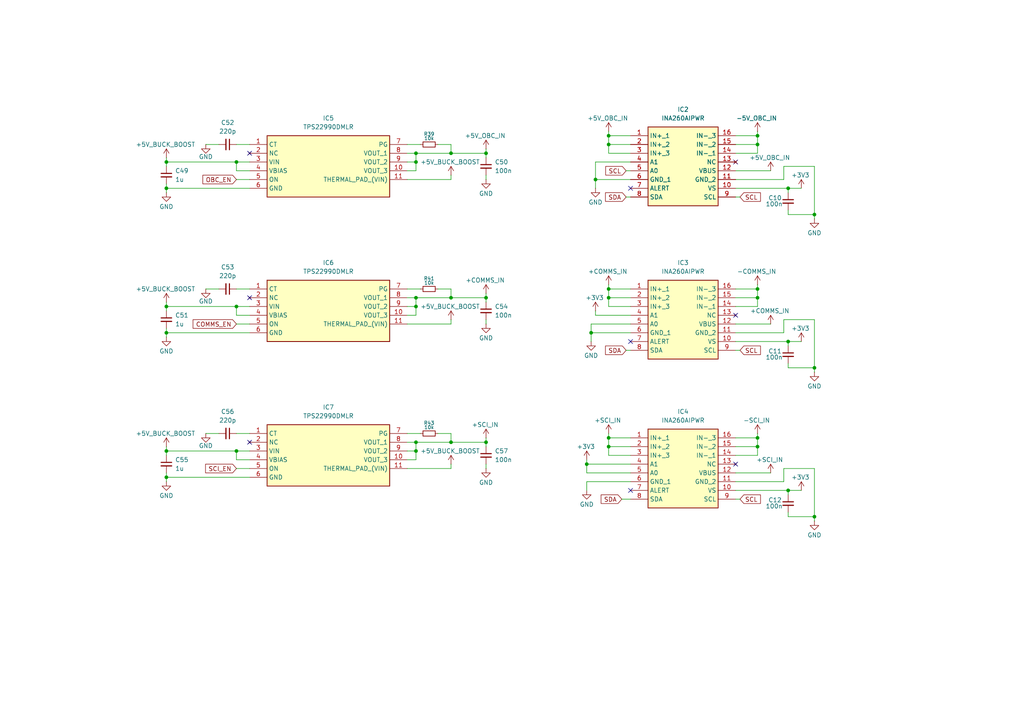
<source format=kicad_sch>
(kicad_sch (version 20250114) (generator "eeschema") (generator_version "9.0")
  (paper "A4")
  (title_block (title "HEDGE2 EPS") (date "2025-10-30") (rev "V0.8") (company "University of Virginia") (comment 1 "Department of Mechanical and Aerospace Engineering") (comment 2 "Edison Wong"))
  (lib_symbols
    (symbol "Device:C_Small" (pin_numbers (hide yes)) (pin_names (offset 0.254) (hide yes))
      (property "Reference" "C" (at 0.254 1.778 0))
      (property "Value" "C_Small" (at 0.254 -2.032 0))
      (symbol "C_Small_0_1"
        (polyline (pts (xy -1.524 0.508) (xy 1.524 0.508)) (stroke (width 0.3048)))
        (polyline (pts (xy -1.524 -0.508) (xy 1.524 -0.508)) (stroke (width 0.3302)))
      )
      (symbol "C_Small_1_1"
        (pin passive line (at 0 2.54 270) (length 2.032) (name "~") (number "1"))
        (pin passive line (at 0 -2.54 90) (length 2.032) (name "~") (number "2"))
      )
    )
    (symbol "Device:R_Small" (pin_numbers (hide yes)) (pin_names (offset 0.254) (hide yes))
      (property "Reference" "R" (at 0 0 90))
      (property "Value" "R_Small" (at 1.778 0 90))
      (symbol "R_Small_0_1"
        (rectangle (start -0.762 1.778) (end 0.762 -1.778) (stroke (width 0.2032)))
      )
      (symbol "R_Small_1_1"
        (pin passive line (at 0 2.54 270) (length 0.762) (name "~") (number "1"))
        (pin passive line (at 0 -2.54 90) (length 0.762) (name "~") (number "2"))
      )
    )
    (symbol "HEDGE2:INA260AIPWR"
      (property "Reference" "IC" (at 26.67 7.62 0))
      (property "Value" "INA260AIPWR" (at 26.67 5.08 0))
      (symbol "INA260AIPWR_1_1"
        (rectangle (start 5.08 2.54) (end 25.4 -20.32) (stroke (width 0.254)) (fill (type background)))
        (pin passive line (at 0 0 0) (length 5.08) (name "IN+_1") (number "1"))
        (pin passive line (at 0 -2.54 0) (length 5.08) (name "IN+_2") (number "2"))
        (pin passive line (at 0 -5.08 0) (length 5.08) (name "IN+_3") (number "3"))
        (pin passive line (at 0 -7.62 0) (length 5.08) (name "A1") (number "4"))
        (pin passive line (at 0 -10.16 0) (length 5.08) (name "A0") (number "5"))
        (pin passive line (at 0 -12.7 0) (length 5.08) (name "GND_1") (number "6"))
        (pin passive line (at 0 -15.24 0) (length 5.08) (name "ALERT") (number "7"))
        (pin passive line (at 0 -17.78 0) (length 5.08) (name "SDA") (number "8"))
        (pin passive line (at 30.48 0 180) (length 5.08) (name "IN-_3") (number "16"))
        (pin passive line (at 30.48 -2.54 180) (length 5.08) (name "IN-_2") (number "15"))
        (pin passive line (at 30.48 -5.08 180) (length 5.08) (name "IN-_1") (number "14"))
        (pin no_connect line (at 30.48 -7.62 180) (length 5.08) (name "NC") (number "13"))
        (pin passive line (at 30.48 -10.16 180) (length 5.08) (name "VBUS") (number "12"))
        (pin passive line (at 30.48 -12.7 180) (length 5.08) (name "GND_2") (number "11"))
        (pin passive line (at 30.48 -15.24 180) (length 5.08) (name "VS") (number "10"))
        (pin passive line (at 30.48 -17.78 180) (length 5.08) (name "SCL") (number "9"))
      )
    )
    (symbol "HEDGE2:TPS22990DMLR"
      (property "Reference" "IC" (at 41.91 7.62 0))
      (property "Value" "TPS22990DMLR" (at 41.91 5.08 0))
      (symbol "TPS22990DMLR_1_1"
        (rectangle (start 5.08 2.54) (end 40.64 -15.24) (stroke (width 0.254)) (fill (type background)))
        (pin passive line (at 0 0 0) (length 5.08) (name "CT") (number "1"))
        (pin no_connect line (at 0 -2.54 0) (length 5.08) (name "NC") (number "2"))
        (pin passive line (at 0 -5.08 0) (length 5.08) (name "VIN") (number "3"))
        (pin passive line (at 0 -7.62 0) (length 5.08) (name "VBIAS") (number "4"))
        (pin passive line (at 0 -10.16 0) (length 5.08) (name "ON") (number "5"))
        (pin passive line (at 0 -12.7 0) (length 5.08) (name "GND") (number "6"))
        (pin passive line (at 45.72 0 180) (length 5.08) (name "PG") (number "7"))
        (pin passive line (at 45.72 -2.54 180) (length 5.08) (name "VOUT_1") (number "8"))
        (pin passive line (at 45.72 -5.08 180) (length 5.08) (name "VOUT_2") (number "9"))
        (pin passive line (at 45.72 -7.62 180) (length 5.08) (name "VOUT_3") (number "10"))
        (pin passive line (at 45.72 -10.16 180) (length 5.08) (name "THERMAL_PAD_(VIN)") (number "11"))
      )
    )
    (symbol "power:+12V" (power) (pin_numbers (hide yes)) (pin_names (offset 0) (hide yes))
      (property "Value" "+12V" (at 0 3.556 0))
      (symbol "+12V_0_1"
        (polyline (pts (xy -0.762 1.27) (xy 0 2.54)))
        (polyline (pts (xy 0 2.54) (xy 0.762 1.27)))
        (polyline (pts (xy 0 0) (xy 0 2.54)))
      )
      (symbol "+12V_1_1"
        (pin power_in line (at 0 0 90) (length 0) (name "~") (number "1"))
      )
    )
    (symbol "power:+3V3" (power) (pin_numbers (hide yes)) (pin_names (offset 0) (hide yes))
      (property "Value" "+3V3" (at 0 3.556 0))
      (symbol "+3V3_0_1"
        (polyline (pts (xy -0.762 1.27) (xy 0 2.54)))
        (polyline (pts (xy 0 2.54) (xy 0.762 1.27)))
        (polyline (pts (xy 0 0) (xy 0 2.54)))
      )
      (symbol "+3V3_1_1"
        (pin power_in line (at 0 0 90) (length 0) (name "~") (number "1"))
      )
    )
    (symbol "power:GND" (power) (pin_numbers (hide yes)) (pin_names (offset 0) (hide yes))
      (property "Value" "GND" (at 0 -3.81 0))
      (symbol "GND_0_1"
        (polyline (pts (xy 0 0) (xy 0 -1.27) (xy 1.27 -1.27) (xy 0 -2.54) (xy -1.27 -1.27) (xy 0 -1.27)))
      )
      (symbol "GND_1_1"
        (pin power_in line (at 0 0 270) (length 0) (name "~") (number "1"))
      )
    )
  )
  (junction (at 176.53 127))
  (junction (at 228.6 99.06))
  (junction (at 120.65 86.36))
  (junction (at 140.97 86.36))
  (junction (at 120.65 46.99))
  (junction (at 130.81 86.36))
  (junction (at 130.81 128.27))
  (junction (at 140.97 44.45))
  (junction (at 130.81 44.45))
  (junction (at 219.71 41.91))
  (junction (at 68.58 88.9))
  (junction (at 236.22 106.68))
  (junction (at 120.65 130.81))
  (junction (at 228.6 54.61))
  (junction (at 176.53 86.36))
  (junction (at 170.18 134.62))
  (junction (at 176.53 129.54))
  (junction (at 219.71 86.36))
  (junction (at 120.65 44.45))
  (junction (at 68.58 130.81))
  (junction (at 219.71 83.82))
  (junction (at 219.71 129.54))
  (junction (at 120.65 88.9))
  (junction (at 48.26 54.61))
  (junction (at 140.97 128.27))
  (junction (at 176.53 41.91))
  (junction (at 171.45 96.52))
  (junction (at 236.22 149.86))
  (junction (at 48.26 96.52))
  (junction (at 228.6 142.24))
  (junction (at 176.53 83.82))
  (junction (at 172.72 52.07))
  (junction (at 68.58 46.99))
  (junction (at 219.71 39.37))
  (junction (at 219.71 127))
  (junction (at 48.26 46.99))
  (junction (at 48.26 88.9))
  (junction (at 48.26 138.43))
  (junction (at 236.22 62.23))
  (junction (at 176.53 39.37))
  (junction (at 48.26 130.81))
  (junction (at 120.65 128.27))
  (no_connect (at 72.39 128.27))
  (no_connect (at 213.36 134.62))
  (no_connect (at 213.36 46.99))
  (no_connect (at 182.88 99.06))
  (no_connect (at 72.39 44.45))
  (no_connect (at 72.39 86.36))
  (no_connect (at 182.88 54.61))
  (no_connect (at 182.88 142.24))
  (no_connect (at 213.36 91.44))
  (wire (pts (xy 130.81 50.8) (xy 130.81 52.07)))
  (wire (pts (xy 130.81 135.89) (xy 118.11 135.89)))
  (wire (pts (xy 213.36 49.53) (xy 223.52 49.53)))
  (wire (pts (xy 236.22 151.13) (xy 236.22 149.86)))
  (wire (pts (xy 118.11 83.82) (xy 121.92 83.82)))
  (wire (pts (xy 48.26 53.34) (xy 48.26 54.61)))
  (wire (pts (xy 130.81 44.45) (xy 140.97 44.45)))
  (wire (pts (xy 68.58 83.82) (xy 72.39 83.82)))
  (wire (pts (xy 130.81 52.07) (xy 118.11 52.07)))
  (wire (pts (xy 130.81 41.91) (xy 130.81 44.45)))
  (wire (pts (xy 182.88 44.45) (xy 176.53 44.45)))
  (wire (pts (xy 213.36 41.91) (xy 219.71 41.91)))
  (wire (pts (xy 172.72 90.17) (xy 172.72 91.44)))
  (wire (pts (xy 118.11 88.9) (xy 120.65 88.9)))
  (wire (pts (xy 213.36 88.9) (xy 219.71 88.9)))
  (wire (pts (xy 118.11 128.27) (xy 120.65 128.27)))
  (wire (pts (xy 48.26 137.16) (xy 48.26 138.43)))
  (wire (pts (xy 181.61 49.53) (xy 182.88 49.53)))
  (wire (pts (xy 120.65 44.45) (xy 120.65 46.99)))
  (wire (pts (xy 48.26 96.52) (xy 72.39 96.52)))
  (wire (pts (xy 48.26 54.61) (xy 48.26 55.88)))
  (wire (pts (xy 236.22 48.26) (xy 236.22 62.23)))
  (wire (pts (xy 68.58 130.81) (xy 72.39 130.81)))
  (wire (pts (xy 120.65 44.45) (xy 130.81 44.45)))
  (wire (pts (xy 172.72 52.07) (xy 172.72 54.61)))
  (wire (pts (xy 213.36 44.45) (xy 219.71 44.45)))
  (wire (pts (xy 219.71 38.1) (xy 219.71 39.37)))
  (wire (pts (xy 118.11 86.36) (xy 120.65 86.36)))
  (wire (pts (xy 213.36 101.6) (xy 214.63 101.6)))
  (wire (pts (xy 130.81 92.71) (xy 130.81 93.98)))
  (wire (pts (xy 176.53 132.08) (xy 176.53 129.54)))
  (wire (pts (xy 68.58 46.99) (xy 72.39 46.99)))
  (wire (pts (xy 228.6 106.68) (xy 236.22 106.68)))
  (wire (pts (xy 219.71 44.45) (xy 219.71 41.91)))
  (wire (pts (xy 120.65 128.27) (xy 120.65 130.81)))
  (wire (pts (xy 228.6 142.24) (xy 232.41 142.24)))
  (wire (pts (xy 213.36 99.06) (xy 228.6 99.06)))
  (wire (pts (xy 68.58 52.07) (xy 72.39 52.07)))
  (wire (pts (xy 219.71 82.55) (xy 219.71 83.82)))
  (wire (pts (xy 48.26 45.72) (xy 48.26 46.99)))
  (wire (pts (xy 176.53 127) (xy 182.88 127)))
  (wire (pts (xy 170.18 134.62) (xy 182.88 134.62)))
  (wire (pts (xy 130.81 86.36) (xy 140.97 86.36)))
  (wire (pts (xy 48.26 87.63) (xy 48.26 88.9)))
  (wire (pts (xy 118.11 44.45) (xy 120.65 44.45)))
  (wire (pts (xy 48.26 130.81) (xy 68.58 130.81)))
  (wire (pts (xy 48.26 46.99) (xy 68.58 46.99)))
  (wire (pts (xy 228.6 105.41) (xy 228.6 106.68)))
  (wire (pts (xy 170.18 137.16) (xy 170.18 134.62)))
  (wire (pts (xy 140.97 85.09) (xy 140.97 86.36)))
  (wire (pts (xy 127 83.82) (xy 130.81 83.82)))
  (wire (pts (xy 227.33 92.71) (xy 236.22 92.71)))
  (wire (pts (xy 48.26 138.43) (xy 72.39 138.43)))
  (wire (pts (xy 48.26 88.9) (xy 48.26 90.17)))
  (wire (pts (xy 228.6 62.23) (xy 236.22 62.23)))
  (wire (pts (xy 48.26 95.25) (xy 48.26 96.52)))
  (wire (pts (xy 213.36 52.07) (xy 227.33 52.07)))
  (wire (pts (xy 140.97 86.36) (xy 140.97 87.63)))
  (wire (pts (xy 120.65 128.27) (xy 130.81 128.27)))
  (wire (pts (xy 228.6 54.61) (xy 232.41 54.61)))
  (wire (pts (xy 228.6 149.86) (xy 236.22 149.86)))
  (wire (pts (xy 227.33 135.89) (xy 236.22 135.89)))
  (wire (pts (xy 213.36 137.16) (xy 223.52 137.16)))
  (wire (pts (xy 219.71 127) (xy 213.36 127)))
  (wire (pts (xy 213.36 96.52) (xy 227.33 96.52)))
  (wire (pts (xy 213.36 54.61) (xy 228.6 54.61)))
  (wire (pts (xy 68.58 135.89) (xy 72.39 135.89)))
  (wire (pts (xy 72.39 133.35) (xy 68.58 133.35)))
  (wire (pts (xy 68.58 88.9) (xy 72.39 88.9)))
  (wire (pts (xy 219.71 129.54) (xy 219.71 127)))
  (wire (pts (xy 140.97 127) (xy 140.97 128.27)))
  (wire (pts (xy 172.72 46.99) (xy 172.72 52.07)))
  (wire (pts (xy 118.11 91.44) (xy 120.65 91.44)))
  (wire (pts (xy 118.11 49.53) (xy 120.65 49.53)))
  (wire (pts (xy 68.58 49.53) (xy 68.58 46.99)))
  (wire (pts (xy 171.45 96.52) (xy 171.45 99.06)))
  (wire (pts (xy 181.61 101.6) (xy 182.88 101.6)))
  (wire (pts (xy 182.88 132.08) (xy 176.53 132.08)))
  (wire (pts (xy 182.88 86.36) (xy 176.53 86.36)))
  (wire (pts (xy 227.33 52.07) (xy 227.33 48.26)))
  (wire (pts (xy 48.26 54.61) (xy 72.39 54.61)))
  (wire (pts (xy 118.11 41.91) (xy 121.92 41.91)))
  (wire (pts (xy 236.22 63.5) (xy 236.22 62.23)))
  (wire (pts (xy 120.65 86.36) (xy 130.81 86.36)))
  (wire (pts (xy 130.81 128.27) (xy 140.97 128.27)))
  (wire (pts (xy 182.88 41.91) (xy 176.53 41.91)))
  (wire (pts (xy 68.58 133.35) (xy 68.58 130.81)))
  (wire (pts (xy 227.33 96.52) (xy 227.33 92.71)))
  (wire (pts (xy 228.6 142.24) (xy 228.6 143.51)))
  (wire (pts (xy 180.34 144.78) (xy 182.88 144.78)))
  (wire (pts (xy 130.81 93.98) (xy 118.11 93.98)))
  (wire (pts (xy 171.45 93.98) (xy 182.88 93.98)))
  (wire (pts (xy 68.58 125.73) (xy 72.39 125.73)))
  (wire (pts (xy 176.53 86.36) (xy 176.53 83.82)))
  (wire (pts (xy 72.39 49.53) (xy 68.58 49.53)))
  (wire (pts (xy 236.22 107.95) (xy 236.22 106.68)))
  (wire (pts (xy 213.36 139.7) (xy 227.33 139.7)))
  (wire (pts (xy 140.97 128.27) (xy 140.97 129.54)))
  (wire (pts (xy 120.65 91.44) (xy 120.65 88.9)))
  (wire (pts (xy 236.22 92.71) (xy 236.22 106.68)))
  (wire (pts (xy 68.58 91.44) (xy 68.58 88.9)))
  (wire (pts (xy 48.26 130.81) (xy 48.26 132.08)))
  (wire (pts (xy 170.18 139.7) (xy 182.88 139.7)))
  (wire (pts (xy 118.11 125.73) (xy 121.92 125.73)))
  (wire (pts (xy 228.6 148.59) (xy 228.6 149.86)))
  (wire (pts (xy 213.36 93.98) (xy 223.52 93.98)))
  (wire (pts (xy 213.36 129.54) (xy 219.71 129.54)))
  (wire (pts (xy 182.88 129.54) (xy 176.53 129.54)))
  (wire (pts (xy 213.36 144.78) (xy 214.63 144.78)))
  (wire (pts (xy 48.26 96.52) (xy 48.26 97.79)))
  (wire (pts (xy 213.36 142.24) (xy 228.6 142.24)))
  (wire (pts (xy 172.72 91.44) (xy 182.88 91.44)))
  (wire (pts (xy 120.65 133.35) (xy 120.65 130.81)))
  (wire (pts (xy 228.6 60.96) (xy 228.6 62.23)))
  (wire (pts (xy 48.26 138.43) (xy 48.26 139.7)))
  (wire (pts (xy 176.53 88.9) (xy 176.53 86.36)))
  (wire (pts (xy 130.81 134.62) (xy 130.81 135.89)))
  (wire (pts (xy 140.97 44.45) (xy 140.97 45.72)))
  (wire (pts (xy 120.65 86.36) (xy 120.65 88.9)))
  (wire (pts (xy 236.22 135.89) (xy 236.22 149.86)))
  (wire (pts (xy 176.53 38.1) (xy 176.53 39.37)))
  (wire (pts (xy 118.11 46.99) (xy 120.65 46.99)))
  (wire (pts (xy 228.6 54.61) (xy 228.6 55.88)))
  (wire (pts (xy 176.53 129.54) (xy 176.53 127)))
  (wire (pts (xy 59.69 125.73) (xy 63.5 125.73)))
  (wire (pts (xy 172.72 52.07) (xy 182.88 52.07)))
  (wire (pts (xy 68.58 41.91) (xy 72.39 41.91)))
  (wire (pts (xy 59.69 41.91) (xy 63.5 41.91)))
  (wire (pts (xy 127 125.73) (xy 130.81 125.73)))
  (wire (pts (xy 176.53 125.73) (xy 176.53 127)))
  (wire (pts (xy 176.53 44.45) (xy 176.53 41.91)))
  (wire (pts (xy 227.33 48.26) (xy 236.22 48.26)))
  (wire (pts (xy 59.69 83.82) (xy 63.5 83.82)))
  (wire (pts (xy 170.18 139.7) (xy 170.18 142.24)))
  (wire (pts (xy 219.71 83.82) (xy 213.36 83.82)))
  (wire (pts (xy 118.11 133.35) (xy 120.65 133.35)))
  (wire (pts (xy 182.88 88.9) (xy 176.53 88.9)))
  (wire (pts (xy 219.71 86.36) (xy 219.71 83.82)))
  (wire (pts (xy 228.6 99.06) (xy 232.41 99.06)))
  (wire (pts (xy 68.58 93.98) (xy 72.39 93.98)))
  (wire (pts (xy 48.26 46.99) (xy 48.26 48.26)))
  (wire (pts (xy 120.65 49.53) (xy 120.65 46.99)))
  (wire (pts (xy 219.71 41.91) (xy 219.71 39.37)))
  (wire (pts (xy 127 41.91) (xy 130.81 41.91)))
  (wire (pts (xy 118.11 130.81) (xy 120.65 130.81)))
  (wire (pts (xy 130.81 125.73) (xy 130.81 128.27)))
  (wire (pts (xy 172.72 46.99) (xy 182.88 46.99)))
  (wire (pts (xy 213.36 132.08) (xy 219.71 132.08)))
  (wire (pts (xy 171.45 93.98) (xy 171.45 96.52)))
  (wire (pts (xy 219.71 88.9) (xy 219.71 86.36)))
  (wire (pts (xy 171.45 96.52) (xy 182.88 96.52)))
  (wire (pts (xy 176.53 39.37) (xy 182.88 39.37)))
  (wire (pts (xy 140.97 92.71) (xy 140.97 93.98)))
  (wire (pts (xy 219.71 39.37) (xy 213.36 39.37)))
  (wire (pts (xy 130.81 83.82) (xy 130.81 86.36)))
  (wire (pts (xy 219.71 132.08) (xy 219.71 129.54)))
  (wire (pts (xy 140.97 43.18) (xy 140.97 44.45)))
  (wire (pts (xy 181.61 57.15) (xy 182.88 57.15)))
  (wire (pts (xy 213.36 57.15) (xy 214.63 57.15)))
  (wire (pts (xy 48.26 88.9) (xy 68.58 88.9)))
  (wire (pts (xy 72.39 91.44) (xy 68.58 91.44)))
  (wire (pts (xy 228.6 99.06) (xy 228.6 100.33)))
  (wire (pts (xy 140.97 134.62) (xy 140.97 135.89)))
  (wire (pts (xy 48.26 129.54) (xy 48.26 130.81)))
  (wire (pts (xy 213.36 86.36) (xy 219.71 86.36)))
  (wire (pts (xy 176.53 41.91) (xy 176.53 39.37)))
  (wire (pts (xy 170.18 137.16) (xy 182.88 137.16)))
  (wire (pts (xy 227.33 139.7) (xy 227.33 135.89)))
  (wire (pts (xy 140.97 50.8) (xy 140.97 52.07)))
  (wire (pts (xy 176.53 82.55) (xy 176.53 83.82)))
  (wire (pts (xy 176.53 83.82) (xy 182.88 83.82)))
  (wire (pts (xy 170.18 133.35) (xy 170.18 134.62)))
  (wire (pts (xy 219.71 125.73) (xy 219.71 127)))
  (global_label "SCI_EN" (shape input) (at 68.58 135.89 180) (property "Intersheetrefs" "${INTERSHEET_REFS}" (effects (hide yes))))
  (global_label "SDA" (shape input) (at 181.61 57.15 180) (property "Intersheetrefs" "${INTERSHEET_REFS}" (effects (hide yes))))
  (global_label "OBC_EN" (shape input) (at 68.58 52.07 180) (property "Intersheetrefs" "${INTERSHEET_REFS}" (effects (hide yes))))
  (global_label "SCL" (shape input) (at 181.61 49.53 180) (property "Intersheetrefs" "${INTERSHEET_REFS}" (effects (hide yes))))
  (global_label "COMMS_EN" (shape input) (at 68.58 93.98 180) (property "Intersheetrefs" "${INTERSHEET_REFS}" (effects (hide yes))))
  (global_label "SDA" (shape input) (at 181.61 101.6 180) (property "Intersheetrefs" "${INTERSHEET_REFS}" (effects (hide yes))))
  (global_label "SCL" (shape input) (at 214.63 57.15 0) (property "Intersheetrefs" "${INTERSHEET_REFS}" (effects (hide yes))))
  (global_label "SDA" (shape input) (at 180.34 144.78 180) (property "Intersheetrefs" "${INTERSHEET_REFS}" (effects (hide yes))))
  (global_label "SCL" (shape input) (at 214.63 101.6 0) (property "Intersheetrefs" "${INTERSHEET_REFS}" (effects (hide yes))))
  (global_label "SCL" (shape input) (at 214.63 144.78 0) (property "Intersheetrefs" "${INTERSHEET_REFS}" (effects (hide yes))))
  (symbol (lib_id "Device:R_Small") (at 124.46 125.73 90) (unit 1)
    (property "Reference" "R43" (at 124.46 122.682 90) (effects (font (size 1.016 1.016))))
    (property "Value" "10k" (at 124.46 123.952 90) (effects (font (size 1.016 1.016))))
    (property "Footprint" "Resistor_SMD:R_0402_1005Metric" (effects (hide yes)))
    (property "Description" "Resistor, small symbol" (effects (hide yes)))
  )
  (symbol (lib_id "Device:C_Small") (at 66.04 125.73 270) (unit 1)
    (property "Reference" "C56" (at 66.0336 119.38 90))
    (property "Value" "220p" (at 66.0336 121.92 90))
    (property "Footprint" "Capacitor_SMD:C_0402_1005Metric" (effects (hide yes)))
    (property "Description" "Unpolarized capacitor, small symbol" (effects (hide yes)))
  )
  (symbol (lib_id "power:+12V") (at 140.97 85.09 0) (unit 1)
    (property "Reference" "#PWR0119" (effects (hide yes)))
    (property "Value" "+COMMS_IN" (at 140.716 81.28 0))
    (property "Description" "Power symbol creates a global label with name \"+12V\"" (effects (hide yes)))
  )
  (symbol (lib_id "power:GND") (at 59.69 125.73 0) (unit 1)
    (property "Reference" "#PWR0115" (effects (hide yes)))
    (property "Value" "GND" (at 59.69 129.286 0))
    (property "Description" "Power symbol creates a global label with name \"GND\" , ground" (effects (hide yes)))
  )
  (symbol (lib_id "power:+12V") (at 48.26 45.72 0) (unit 1)
    (property "Reference" "#PWR095" (effects (hide yes)))
    (property "Value" "+5V_BUCK_BOOST" (at 48.006 41.91 0))
    (property "Description" "Power symbol creates a global label with name \"+12V\"" (effects (hide yes)))
  )
  (symbol (lib_id "HEDGE2:INA260AIPWR") (at 182.88 127 0) (unit 1)
    (property "Reference" "IC4" (at 198.12 119.38 0))
    (property "Value" "INA260AIPWR" (at 198.12 121.92 0))
    (property "Footprint" "HEDGE2:INA260AIPWR" (effects (hide yes)))
    (property "Datasheet" "http://www.ti.com/lit/gpn/INA260" (effects (hide yes)))
    (property "Description" "36V, Bi-Dir, High Accuracy, Low-/High-Side, I2C Current/Pwr Monitor w/Integrated 2m Shunt Resistor" (effects (hide yes)))
    (property "Height" "1.2" (effects (hide yes)))
    (property "Manufacturer_Name" "Texas Instruments" (effects (hide yes)))
    (property "Manufacturer_Part_Number" "INA260AIPWR" (effects (hide yes)))
    (property "Mouser Part Number" "595-INA260AIPWR" (effects (hide yes)))
    (property "Mouser Price/Stock" "https://www.mouser.co.uk/ProductDetail/Texas-Instruments/INA260AIPWR?qs=vcbl%252BK4rRldNzXQDYx03SQ%3D%3D" (effects (hide yes)))
    (property "Arrow Part Number" "INA260AIPWR" (effects (hide yes)))
    (property "Arrow Price/Stock" "https://www.arrow.com/en/products/ina260aipwr/texas-instruments?utm_currency=USD&region=nac" (effects (hide yes)))
  )
  (symbol (lib_id "power:+12V") (at 223.52 49.53 0) (unit 1)
    (property "Reference" "#PWR076" (effects (hide yes)))
    (property "Value" "+5V_OBC_IN" (at 223.266 45.72 0))
    (property "Description" "Power symbol creates a global label with name \"+12V\"" (effects (hide yes)))
  )
  (symbol (lib_id "power:+12V") (at 140.97 127 0) (unit 1)
    (property "Reference" "#PWR0120" (effects (hide yes)))
    (property "Value" "+SCI_IN" (at 140.716 123.19 0))
    (property "Description" "Power symbol creates a global label with name \"+12V\"" (effects (hide yes)))
  )
  (symbol (lib_id "Device:R_Small") (at 124.46 83.82 90) (unit 1)
    (property "Reference" "R41" (at 124.46 80.772 90) (effects (font (size 1.016 1.016))))
    (property "Value" "10k" (at 124.46 82.042 90) (effects (font (size 1.016 1.016))))
    (property "Footprint" "Resistor_SMD:R_0402_1005Metric" (effects (hide yes)))
    (property "Description" "Resistor, small symbol" (effects (hide yes)))
  )
  (symbol (lib_id "power:GND") (at 236.22 151.13 0) (unit 1)
    (property "Reference" "#PWR041" (effects (hide yes)))
    (property "Value" "GND" (at 236.22 155.194 0))
    (property "Description" "Power symbol creates a global label with name \"GND\" , ground" (effects (hide yes)))
  )
  (symbol (lib_id "power:+12V") (at 48.26 87.63 0) (unit 1)
    (property "Reference" "#PWR099" (effects (hide yes)))
    (property "Value" "+5V_BUCK_BOOST" (at 48.006 83.82 0))
    (property "Description" "Power symbol creates a global label with name \"+12V\"" (effects (hide yes)))
  )
  (symbol (lib_id "power:+12V") (at 223.52 93.98 0) (unit 1)
    (property "Reference" "#PWR077" (effects (hide yes)))
    (property "Value" "+COMMS_IN" (at 223.266 90.17 0))
    (property "Description" "Power symbol creates a global label with name \"+12V\"" (effects (hide yes)))
  )
  (symbol (lib_id "Device:C_Small") (at 66.04 41.91 270) (unit 1)
    (property "Reference" "C52" (at 66.0336 35.56 90))
    (property "Value" "220p" (at 66.0336 38.1 90))
    (property "Footprint" "Capacitor_SMD:C_0402_1005Metric" (effects (hide yes)))
    (property "Description" "Unpolarized capacitor, small symbol" (effects (hide yes)))
  )
  (symbol (lib_id "power:+12V") (at 130.81 50.8 0) (unit 1)
    (property "Reference" "#PWR094" (effects (hide yes)))
    (property "Value" "+5V_BUCK_BOOST" (at 130.556 46.99 0))
    (property "Description" "Power symbol creates a global label with name \"+12V\"" (effects (hide yes)))
  )
  (symbol (lib_id "Device:C_Small") (at 140.97 132.08 0) (unit 1)
    (property "Reference" "C57" (at 143.51 130.8162 0) (effects (justify left)))
    (property "Value" "100n" (at 143.51 133.3562 0) (effects (justify left)))
    (property "Footprint" "Capacitor_SMD:C_0402_1005Metric" (effects (hide yes)))
    (property "Description" "Unpolarized capacitor, small symbol" (effects (hide yes)))
  )
  (symbol (lib_id "power:GND") (at 48.26 55.88 0) (unit 1)
    (property "Reference" "#PWR096" (effects (hide yes)))
    (property "Value" "GND" (at 48.26 59.944 0))
    (property "Description" "Power symbol creates a global label with name \"GND\" , ground" (effects (hide yes)))
  )
  (symbol (lib_id "power:+12V") (at 219.71 38.1 0) (unit 1)
    (property "Reference" "#PWR028" (effects (hide yes)))
    (property "Value" "-5V_OBC_IN" (at 219.456 34.29 0))
    (property "Description" "Power symbol creates a global label with name \"+12V\"" (effects (hide yes)))
  )
  (symbol (lib_id "Device:C_Small") (at 140.97 48.26 0) (unit 1)
    (property "Reference" "C50" (at 143.51 46.9962 0) (effects (justify left)))
    (property "Value" "100n" (at 143.51 49.5362 0) (effects (justify left)))
    (property "Footprint" "Capacitor_SMD:C_0402_1005Metric" (effects (hide yes)))
    (property "Description" "Unpolarized capacitor, small symbol" (effects (hide yes)))
  )
  (symbol (lib_id "power:+12V") (at 130.81 92.71 0) (unit 1)
    (property "Reference" "#PWR0111" (effects (hide yes)))
    (property "Value" "+5V_BUCK_BOOST" (at 130.556 88.9 0))
    (property "Description" "Power symbol creates a global label with name \"+12V\"" (effects (hide yes)))
  )
  (symbol (lib_id "HEDGE2:TPS22990DMLR") (at 72.39 83.82 0) (unit 1)
    (property "Reference" "IC6" (at 95.25 76.2 0))
    (property "Value" "TPS22990DMLR" (at 95.25 78.74 0))
    (property "Footprint" "HEDGE2:TPS22990DMLR" (effects (hide yes)))
    (property "Datasheet" "http://www.ti.com/lit/gpn/tps22990" (effects (hide yes)))
    (property "Description" "5.5V, 10A, 3.9m Load Switch with Adjustable Rise Time and Power Good" (effects (hide yes)))
    (property "Manufacturer_Name" "Texas Instruments" (effects (hide yes)))
    (property "Manufacturer_Part_Number" "TPS22990DMLR" (effects (hide yes)))
    (property "Mouser Part Number" "595-TPS22990DMLR" (effects (hide yes)))
    (property "Mouser Price/Stock" "https://www.mouser.co.uk/ProductDetail/Texas-Instruments/TPS22990DMLR?qs=zEmsApcVOkWCwz9PZz%252BqqQ%3D%3D" (effects (hide yes)))
    (property "Arrow Part Number" "TPS22990DMLR" (effects (hide yes)))
    (property "Arrow Price/Stock" "https://www.arrow.com/en/products/tps22990dmlr/texas-instruments" (effects (hide yes)))
  )
  (symbol (lib_id "power:+12V") (at 130.81 134.62 0) (unit 1)
    (property "Reference" "#PWR0116" (effects (hide yes)))
    (property "Value" "+5V_BUCK_BOOST" (at 130.556 130.81 0))
    (property "Description" "Power symbol creates a global label with name \"+12V\"" (effects (hide yes)))
  )
  (symbol (lib_id "Device:C_Small") (at 228.6 146.05 0) (unit 1)
    (property "Reference" "C12" (at 224.79 145.034 0))
    (property "Value" "100n" (at 224.536 146.812 0))
    (property "Footprint" "Capacitor_SMD:C_0402_1005Metric" (effects (hide yes)))
    (property "Description" "Unpolarized capacitor, small symbol" (effects (hide yes)))
  )
  (symbol (lib_id "power:+12V") (at 223.52 137.16 0) (unit 1)
    (property "Reference" "#PWR078" (effects (hide yes)))
    (property "Value" "+SCI_IN" (at 223.266 133.35 0))
    (property "Description" "Power symbol creates a global label with name \"+12V\"" (effects (hide yes)))
  )
  (symbol (lib_id "Device:C_Small") (at 66.04 83.82 270) (unit 1)
    (property "Reference" "C53" (at 66.0336 77.47 90))
    (property "Value" "220p" (at 66.0336 80.01 90))
    (property "Footprint" "Capacitor_SMD:C_0402_1005Metric" (effects (hide yes)))
    (property "Description" "Unpolarized capacitor, small symbol" (effects (hide yes)))
  )
  (symbol (lib_id "HEDGE2:TPS22990DMLR") (at 72.39 125.73 0) (unit 1)
    (property "Reference" "IC7" (at 95.25 118.11 0))
    (property "Value" "TPS22990DMLR" (at 95.25 120.65 0))
    (property "Footprint" "HEDGE2:TPS22990DMLR" (effects (hide yes)))
    (property "Datasheet" "http://www.ti.com/lit/gpn/tps22990" (effects (hide yes)))
    (property "Description" "5.5V, 10A, 3.9m Load Switch with Adjustable Rise Time and Power Good" (effects (hide yes)))
    (property "Manufacturer_Name" "Texas Instruments" (effects (hide yes)))
    (property "Manufacturer_Part_Number" "TPS22990DMLR" (effects (hide yes)))
    (property "Mouser Part Number" "595-TPS22990DMLR" (effects (hide yes)))
    (property "Mouser Price/Stock" "https://www.mouser.co.uk/ProductDetail/Texas-Instruments/TPS22990DMLR?qs=zEmsApcVOkWCwz9PZz%252BqqQ%3D%3D" (effects (hide yes)))
    (property "Arrow Part Number" "TPS22990DMLR" (effects (hide yes)))
    (property "Arrow Price/Stock" "https://www.arrow.com/en/products/tps22990dmlr/texas-instruments" (effects (hide yes)))
  )
  (symbol (lib_id "power:+12V") (at 219.71 82.55 0) (unit 1)
    (property "Reference" "#PWR034" (effects (hide yes)))
    (property "Value" "-COMMS_IN" (at 219.456 78.74 0))
    (property "Description" "Power symbol creates a global label with name \"+12V\"" (effects (hide yes)))
  )
  (symbol (lib_id "Device:R_Small") (at 124.46 41.91 90) (unit 1)
    (property "Reference" "R39" (at 124.46 38.862 90) (effects (font (size 1.016 1.016))))
    (property "Value" "10k" (at 124.46 40.132 90) (effects (font (size 1.016 1.016))))
    (property "Footprint" "Resistor_SMD:R_0402_1005Metric" (effects (hide yes)))
    (property "Description" "Resistor, small symbol" (effects (hide yes)))
  )
  (symbol (lib_id "power:+12V") (at 176.53 125.73 0) (unit 1)
    (property "Reference" "#PWR055" (effects (hide yes)))
    (property "Value" "+SCI_IN" (at 176.276 121.92 0))
    (property "Description" "Power symbol creates a global label with name \"+12V\"" (effects (hide yes)))
  )
  (symbol (lib_id "power:GND") (at 48.26 139.7 0) (unit 1)
    (property "Reference" "#PWR0114" (effects (hide yes)))
    (property "Value" "GND" (at 48.26 143.764 0))
    (property "Description" "Power symbol creates a global label with name \"GND\" , ground" (effects (hide yes)))
  )
  (symbol (lib_id "power:GND") (at 170.18 142.24 0) (unit 1)
    (property "Reference" "#PWR037" (effects (hide yes)))
    (property "Value" "GND" (at 170.18 146.304 0))
    (property "Description" "Power symbol creates a global label with name \"GND\" , ground" (effects (hide yes)))
  )
  (symbol (lib_id "power:GND") (at 59.69 41.91 0) (unit 1)
    (property "Reference" "#PWR097" (effects (hide yes)))
    (property "Value" "GND" (at 59.69 45.466 0))
    (property "Description" "Power symbol creates a global label with name \"GND\" , ground" (effects (hide yes)))
  )
  (symbol (lib_id "Device:C_Small") (at 228.6 58.42 0) (unit 1)
    (property "Reference" "C10" (at 224.79 57.404 0))
    (property "Value" "100n" (at 224.536 59.182 0))
    (property "Footprint" "Capacitor_SMD:C_0402_1005Metric" (effects (hide yes)))
    (property "Description" "Unpolarized capacitor, small symbol" (effects (hide yes)))
  )
  (symbol (lib_id "power:GND") (at 236.22 63.5 0) (unit 1)
    (property "Reference" "#PWR030" (effects (hide yes)))
    (property "Value" "GND" (at 236.22 67.564 0))
    (property "Description" "Power symbol creates a global label with name \"GND\" , ground" (effects (hide yes)))
  )
  (symbol (lib_id "HEDGE2:INA260AIPWR") (at 182.88 39.37 0) (unit 1)
    (property "Reference" "IC2" (at 198.12 31.75 0))
    (property "Value" "INA260AIPWR" (at 198.12 34.29 0))
    (property "Footprint" "HEDGE2:INA260AIPWR" (effects (hide yes)))
    (property "Datasheet" "http://www.ti.com/lit/gpn/INA260" (effects (hide yes)))
    (property "Description" "36V, Bi-Dir, High Accuracy, Low-/High-Side, I2C Current/Pwr Monitor w/Integrated 2m Shunt Resistor" (effects (hide yes)))
    (property "Height" "1.2" (effects (hide yes)))
    (property "Manufacturer_Name" "Texas Instruments" (effects (hide yes)))
    (property "Manufacturer_Part_Number" "INA260AIPWR" (effects (hide yes)))
    (property "Mouser Part Number" "595-INA260AIPWR" (effects (hide yes)))
    (property "Mouser Price/Stock" "https://www.mouser.co.uk/ProductDetail/Texas-Instruments/INA260AIPWR?qs=vcbl%252BK4rRldNzXQDYx03SQ%3D%3D" (effects (hide yes)))
    (property "Arrow Part Number" "INA260AIPWR" (effects (hide yes)))
    (property "Arrow Price/Stock" "https://www.arrow.com/en/products/ina260aipwr/texas-instruments?utm_currency=USD&region=nac" (effects (hide yes)))
  )
  (symbol (lib_id "HEDGE2:INA260AIPWR") (at 182.88 83.82 0) (unit 1)
    (property "Reference" "IC3" (at 198.12 76.2 0))
    (property "Value" "INA260AIPWR" (at 198.12 78.74 0))
    (property "Footprint" "HEDGE2:INA260AIPWR" (effects (hide yes)))
    (property "Datasheet" "http://www.ti.com/lit/gpn/INA260" (effects (hide yes)))
    (property "Description" "36V, Bi-Dir, High Accuracy, Low-/High-Side, I2C Current/Pwr Monitor w/Integrated 2m Shunt Resistor" (effects (hide yes)))
    (property "Height" "1.2" (effects (hide yes)))
    (property "Manufacturer_Name" "Texas Instruments" (effects (hide yes)))
    (property "Manufacturer_Part_Number" "INA260AIPWR" (effects (hide yes)))
    (property "Mouser Part Number" "595-INA260AIPWR" (effects (hide yes)))
    (property "Mouser Price/Stock" "https://www.mouser.co.uk/ProductDetail/Texas-Instruments/INA260AIPWR?qs=vcbl%252BK4rRldNzXQDYx03SQ%3D%3D" (effects (hide yes)))
    (property "Arrow Part Number" "INA260AIPWR" (effects (hide yes)))
    (property "Arrow Price/Stock" "https://www.arrow.com/en/products/ina260aipwr/texas-instruments?utm_currency=USD&region=nac" (effects (hide yes)))
  )
  (symbol (lib_id "power:+12V") (at 48.26 129.54 0) (unit 1)
    (property "Reference" "#PWR0113" (effects (hide yes)))
    (property "Value" "+5V_BUCK_BOOST" (at 48.006 125.73 0))
    (property "Description" "Power symbol creates a global label with name \"+12V\"" (effects (hide yes)))
  )
  (symbol (lib_id "Device:C_Small") (at 48.26 134.62 0) (unit 1)
    (property "Reference" "C55" (at 50.8 133.3562 0) (effects (justify left)))
    (property "Value" "1u" (at 50.8 135.8962 0) (effects (justify left)))
    (property "Footprint" "Capacitor_SMD:C_0603_1608Metric" (effects (hide yes)))
    (property "Description" "Unpolarized capacitor, small symbol" (effects (hide yes)))
  )
  (symbol (lib_id "power:GND") (at 140.97 52.07 0) (unit 1)
    (property "Reference" "#PWR098" (effects (hide yes)))
    (property "Value" "GND" (at 140.97 56.134 0))
    (property "Description" "Power symbol creates a global label with name \"GND\" , ground" (effects (hide yes)))
  )
  (symbol (lib_id "HEDGE2:TPS22990DMLR") (at 72.39 41.91 0) (unit 1)
    (property "Reference" "IC5" (at 95.25 34.29 0))
    (property "Value" "TPS22990DMLR" (at 95.25 36.83 0))
    (property "Footprint" "HEDGE2:TPS22990DMLR" (effects (hide yes)))
    (property "Datasheet" "http://www.ti.com/lit/gpn/tps22990" (effects (hide yes)))
    (property "Description" "5.5V, 10A, 3.9m Load Switch with Adjustable Rise Time and Power Good" (effects (hide yes)))
    (property "Manufacturer_Name" "Texas Instruments" (effects (hide yes)))
    (property "Manufacturer_Part_Number" "TPS22990DMLR" (effects (hide yes)))
    (property "Mouser Part Number" "595-TPS22990DMLR" (effects (hide yes)))
    (property "Mouser Price/Stock" "https://www.mouser.co.uk/ProductDetail/Texas-Instruments/TPS22990DMLR?qs=zEmsApcVOkWCwz9PZz%252BqqQ%3D%3D" (effects (hide yes)))
    (property "Arrow Part Number" "TPS22990DMLR" (effects (hide yes)))
    (property "Arrow Price/Stock" "https://www.arrow.com/en/products/tps22990dmlr/texas-instruments" (effects (hide yes)))
  )
  (symbol (lib_id "power:+12V") (at 176.53 82.55 0) (unit 1)
    (property "Reference" "#PWR054" (effects (hide yes)))
    (property "Value" "+COMMS_IN" (at 176.276 78.74 0))
    (property "Description" "Power symbol creates a global label with name \"+12V\"" (effects (hide yes)))
  )
  (symbol (lib_id "power:+3V3") (at 172.72 90.17 0) (unit 1)
    (property "Reference" "#PWR031" (effects (hide yes)))
    (property "Value" "+3V3" (at 172.466 86.36 0))
    (property "Description" "Power symbol creates a global label with name \"+3V3\"" (effects (hide yes)))
  )
  (symbol (lib_id "power:GND") (at 236.22 107.95 0) (unit 1)
    (property "Reference" "#PWR0150" (effects (hide yes)))
    (property "Value" "GND" (at 236.22 112.014 0))
    (property "Description" "Power symbol creates a global label with name \"GND\" , ground" (effects (hide yes)))
  )
  (symbol (lib_id "power:GND") (at 171.45 99.06 0) (unit 1)
    (property "Reference" "#PWR032" (effects (hide yes)))
    (property "Value" "GND" (at 171.45 103.124 0))
    (property "Description" "Power symbol creates a global label with name \"GND\" , ground" (effects (hide yes)))
  )
  (symbol (lib_id "Device:C_Small") (at 48.26 50.8 0) (unit 1)
    (property "Reference" "C49" (at 50.8 49.5362 0) (effects (justify left)))
    (property "Value" "1u" (at 50.8 52.0762 0) (effects (justify left)))
    (property "Footprint" "Capacitor_SMD:C_0603_1608Metric" (effects (hide yes)))
    (property "Description" "Unpolarized capacitor, small symbol" (effects (hide yes)))
  )
  (symbol (lib_id "power:+12V") (at 140.97 43.18 0) (unit 1)
    (property "Reference" "#PWR0118" (effects (hide yes)))
    (property "Value" "+5V_OBC_IN" (at 140.716 39.37 0))
    (property "Description" "Power symbol creates a global label with name \"+12V\"" (effects (hide yes)))
  )
  (symbol (lib_id "power:+12V") (at 176.53 38.1 0) (unit 1)
    (property "Reference" "#PWR027" (effects (hide yes)))
    (property "Value" "+5V_OBC_IN" (at 176.276 34.29 0))
    (property "Description" "Power symbol creates a global label with name \"+12V\"" (effects (hide yes)))
  )
  (symbol (lib_id "power:+3V3") (at 232.41 142.24 0) (unit 1)
    (property "Reference" "#PWR040" (effects (hide yes)))
    (property "Value" "+3V3" (at 232.156 138.43 0))
    (property "Description" "Power symbol creates a global label with name \"+3V3\"" (effects (hide yes)))
  )
  (symbol (lib_id "power:+3V3") (at 170.18 133.35 0) (unit 1)
    (property "Reference" "#PWR042" (effects (hide yes)))
    (property "Value" "+3V3" (at 169.926 129.54 0))
    (property "Description" "Power symbol creates a global label with name \"+3V3\"" (effects (hide yes)))
  )
  (symbol (lib_id "Device:C_Small") (at 228.6 102.87 0) (unit 1)
    (property "Reference" "C11" (at 224.79 101.854 0))
    (property "Value" "100n" (at 224.536 103.632 0))
    (property "Footprint" "Capacitor_SMD:C_0402_1005Metric" (effects (hide yes)))
    (property "Description" "Unpolarized capacitor, small symbol" (effects (hide yes)))
  )
  (symbol (lib_id "Device:C_Small") (at 48.26 92.71 0) (unit 1)
    (property "Reference" "C51" (at 50.8 91.4462 0) (effects (justify left)))
    (property "Value" "1u" (at 50.8 93.9862 0) (effects (justify left)))
    (property "Footprint" "Capacitor_SMD:C_0603_1608Metric" (effects (hide yes)))
    (property "Description" "Unpolarized capacitor, small symbol" (effects (hide yes)))
  )
  (symbol (lib_id "power:GND") (at 48.26 97.79 0) (unit 1)
    (property "Reference" "#PWR0100" (effects (hide yes)))
    (property "Value" "GND" (at 48.26 101.854 0))
    (property "Description" "Power symbol creates a global label with name \"GND\" , ground" (effects (hide yes)))
  )
  (symbol (lib_id "power:GND") (at 172.72 54.61 0) (unit 1)
    (property "Reference" "#PWR012" (effects (hide yes)))
    (property "Value" "GND" (at 172.72 58.674 0))
    (property "Description" "Power symbol creates a global label with name \"GND\" , ground" (effects (hide yes)))
  )
  (symbol (lib_id "power:+3V3") (at 232.41 99.06 0) (unit 1)
    (property "Reference" "#PWR035" (effects (hide yes)))
    (property "Value" "+3V3" (at 232.156 95.25 0))
    (property "Description" "Power symbol creates a global label with name \"+3V3\"" (effects (hide yes)))
  )
  (symbol (lib_id "power:GND") (at 59.69 83.82 0) (unit 1)
    (property "Reference" "#PWR0110" (effects (hide yes)))
    (property "Value" "GND" (at 59.69 87.376 0))
    (property "Description" "Power symbol creates a global label with name \"GND\" , ground" (effects (hide yes)))
  )
  (symbol (lib_id "power:+12V") (at 219.71 125.73 0) (unit 1)
    (property "Reference" "#PWR039" (effects (hide yes)))
    (property "Value" "-SCI_IN" (at 219.456 121.92 0))
    (property "Description" "Power symbol creates a global label with name \"+12V\"" (effects (hide yes)))
  )
  (symbol (lib_id "power:GND") (at 140.97 93.98 0) (unit 1)
    (property "Reference" "#PWR0112" (effects (hide yes)))
    (property "Value" "GND" (at 140.97 98.044 0))
    (property "Description" "Power symbol creates a global label with name \"GND\" , ground" (effects (hide yes)))
  )
  (symbol (lib_id "power:GND") (at 140.97 135.89 0) (unit 1)
    (property "Reference" "#PWR0117" (effects (hide yes)))
    (property "Value" "GND" (at 140.97 139.954 0))
    (property "Description" "Power symbol creates a global label with name \"GND\" , ground" (effects (hide yes)))
  )
  (symbol (lib_id "Device:C_Small") (at 140.97 90.17 0) (unit 1)
    (property "Reference" "C54" (at 143.51 88.9062 0) (effects (justify left)))
    (property "Value" "100n" (at 143.51 91.4462 0) (effects (justify left)))
    (property "Footprint" "Capacitor_SMD:C_0402_1005Metric" (effects (hide yes)))
    (property "Description" "Unpolarized capacitor, small symbol" (effects (hide yes)))
  )
  (symbol (lib_id "power:+3V3") (at 232.41 54.61 0) (unit 1)
    (property "Reference" "#PWR029" (effects (hide yes)))
    (property "Value" "+3V3" (at 232.156 50.8 0))
    (property "Description" "Power symbol creates a global label with name \"+3V3\"" (effects (hide yes)))
  )
)
</source>
